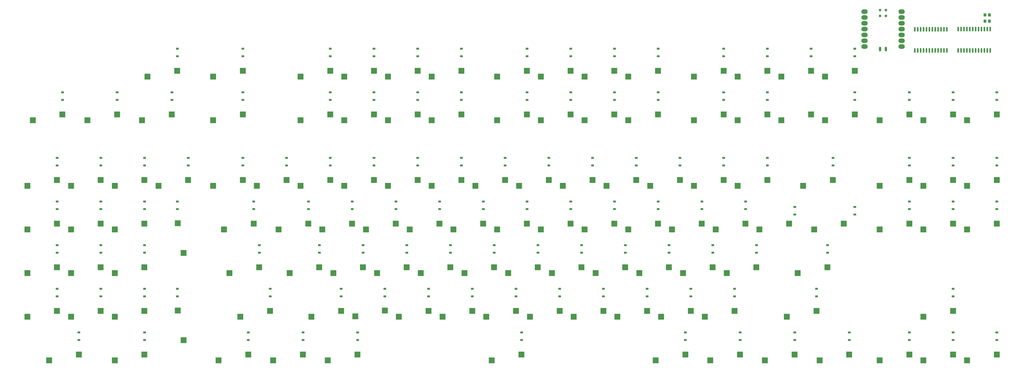
<source format=gbp>
%TF.GenerationSoftware,KiCad,Pcbnew,7.0.5*%
%TF.CreationDate,2023-06-10T21:14:49-04:00*%
%TF.ProjectId,keyboard_mk1,6b657962-6f61-4726-945f-6d6b312e6b69,rev?*%
%TF.SameCoordinates,Original*%
%TF.FileFunction,Paste,Bot*%
%TF.FilePolarity,Positive*%
%FSLAX46Y46*%
G04 Gerber Fmt 4.6, Leading zero omitted, Abs format (unit mm)*
G04 Created by KiCad (PCBNEW 7.0.5) date 2023-06-10 21:14:49*
%MOMM*%
%LPD*%
G01*
G04 APERTURE LIST*
G04 Aperture macros list*
%AMRoundRect*
0 Rectangle with rounded corners*
0 $1 Rounding radius*
0 $2 $3 $4 $5 $6 $7 $8 $9 X,Y pos of 4 corners*
0 Add a 4 corners polygon primitive as box body*
4,1,4,$2,$3,$4,$5,$6,$7,$8,$9,$2,$3,0*
0 Add four circle primitives for the rounded corners*
1,1,$1+$1,$2,$3*
1,1,$1+$1,$4,$5*
1,1,$1+$1,$6,$7*
1,1,$1+$1,$8,$9*
0 Add four rect primitives between the rounded corners*
20,1,$1+$1,$2,$3,$4,$5,0*
20,1,$1+$1,$4,$5,$6,$7,0*
20,1,$1+$1,$6,$7,$8,$9,0*
20,1,$1+$1,$8,$9,$2,$3,0*%
G04 Aperture macros list end*
%ADD10R,2.550000X2.500000*%
%ADD11R,2.500000X2.550000*%
%ADD12RoundRect,0.225000X-0.375000X0.225000X-0.375000X-0.225000X0.375000X-0.225000X0.375000X0.225000X0*%
%ADD13RoundRect,0.150000X0.150000X-0.875000X0.150000X0.875000X-0.150000X0.875000X-0.150000X-0.875000X0*%
%ADD14O,2.748280X1.998980*%
%ADD15O,1.016000X2.032000*%
%ADD16C,1.143000*%
%ADD17RoundRect,0.250000X-0.350000X-0.450000X0.350000X-0.450000X0.350000X0.450000X-0.350000X0.450000X0*%
G04 APERTURE END LIST*
D10*
%TO.C,125K105*%
X730985000Y-200183750D03*
X718058000Y-202723750D03*
%TD*%
%TO.C,K57*%
X657166250Y-123983750D03*
X644239250Y-126523750D03*
%TD*%
%TO.C,K18*%
X776228750Y-95408750D03*
X763301750Y-97948750D03*
%TD*%
%TO.C,2K106*%
X395228750Y-200183750D03*
X382301750Y-202723750D03*
%TD*%
%TO.C,K28*%
X542866250Y-95408750D03*
X529939250Y-97948750D03*
%TD*%
%TO.C,275K121*%
X716697500Y-181133750D03*
X703770500Y-183673750D03*
%TD*%
%TO.C,K21*%
X776228750Y-143033750D03*
X763301750Y-145573750D03*
%TD*%
%TO.C,K29*%
X561916250Y-95408750D03*
X548989250Y-97948750D03*
%TD*%
%TO.C,K67*%
X466666250Y-76358750D03*
X453739250Y-78898750D03*
%TD*%
%TO.C,K35*%
X695266250Y-95408750D03*
X682339250Y-97948750D03*
%TD*%
%TO.C,K42*%
X795278750Y-143033750D03*
X782351750Y-145573750D03*
%TD*%
%TO.C,K49*%
X504766250Y-123983750D03*
X491839250Y-126523750D03*
%TD*%
%TO.C,K44*%
X404753750Y-143033750D03*
X391826750Y-145573750D03*
%TD*%
%TO.C,K55*%
X619066250Y-123983750D03*
X606139250Y-126523750D03*
%TD*%
%TO.C,K95*%
X595253750Y-162083750D03*
X582326750Y-164623750D03*
%TD*%
%TO.C,K17*%
X757178750Y-95408750D03*
X744251750Y-97948750D03*
%TD*%
%TO.C,K53*%
X580966250Y-123983750D03*
X568039250Y-126523750D03*
%TD*%
%TO.C,K27*%
X523816250Y-95408750D03*
X510889250Y-97948750D03*
%TD*%
%TO.C,K59*%
X695266250Y-123983750D03*
X682339250Y-126523750D03*
%TD*%
%TO.C,K6*%
X523816250Y-76358750D03*
X510889250Y-78898750D03*
%TD*%
%TO.C,125K2*%
X411897500Y-95408750D03*
X398970500Y-97948750D03*
%TD*%
%TO.C,K52*%
X561916250Y-123983750D03*
X548989250Y-126523750D03*
%TD*%
%TO.C,K96*%
X614303750Y-162083750D03*
X601376750Y-164623750D03*
%TD*%
%TO.C,K69*%
X495241250Y-143033750D03*
X482314250Y-145573750D03*
%TD*%
%TO.C,K61*%
X757178750Y-200183750D03*
X744251750Y-202723750D03*
%TD*%
%TO.C,K14*%
X695266250Y-76358750D03*
X682339250Y-78898750D03*
%TD*%
%TO.C,K23*%
X404753750Y-123983750D03*
X391826750Y-126523750D03*
%TD*%
%TO.C,K92*%
X538103750Y-162083750D03*
X525176750Y-164623750D03*
%TD*%
%TO.C,225K110*%
X478572500Y-181133750D03*
X465645500Y-183673750D03*
%TD*%
%TO.C,K63*%
X795278750Y-200183750D03*
X782351750Y-202723750D03*
%TD*%
%TO.C,K94*%
X576203750Y-162083750D03*
X563276750Y-164623750D03*
%TD*%
%TO.C,125K102*%
X659547500Y-200183750D03*
X646620500Y-202723750D03*
%TD*%
%TO.C,15K81*%
X728603750Y-143033750D03*
X715676750Y-145573750D03*
%TD*%
%TO.C,K20*%
X757178750Y-143033750D03*
X744251750Y-145573750D03*
%TD*%
%TO.C,K80*%
X704791250Y-143033750D03*
X691864250Y-145573750D03*
%TD*%
%TO.C,K72*%
X552391250Y-143033750D03*
X539464250Y-145573750D03*
%TD*%
%TO.C,K77*%
X647641250Y-143033750D03*
X634714250Y-145573750D03*
%TD*%
%TO.C,K93*%
X557153750Y-162083750D03*
X544226750Y-164623750D03*
%TD*%
%TO.C,K33*%
X647641250Y-95408750D03*
X634714250Y-97948750D03*
%TD*%
%TO.C,K116*%
X604778750Y-181133750D03*
X591851750Y-183673750D03*
%TD*%
%TO.C,K54*%
X600016250Y-123983750D03*
X587089250Y-126523750D03*
%TD*%
%TO.C,K76*%
X628591250Y-143033750D03*
X615664250Y-145573750D03*
%TD*%
%TO.C,K16*%
X733366250Y-76358750D03*
X720439250Y-78898750D03*
%TD*%
%TO.C,K26*%
X504766250Y-95408750D03*
X491839250Y-97948750D03*
%TD*%
%TO.C,125K83*%
X492860000Y-200183750D03*
X479933000Y-202723750D03*
%TD*%
%TO.C,K74*%
X590491250Y-143033750D03*
X577564250Y-145573750D03*
%TD*%
%TO.C,K9*%
X590491250Y-76358750D03*
X577564250Y-78898750D03*
%TD*%
%TO.C,K19*%
X795278750Y-95408750D03*
X782351750Y-97948750D03*
%TD*%
D11*
%TO.C,2K88*%
X438308750Y-181033750D03*
X440848750Y-193960750D03*
%TD*%
D10*
%TO.C,K12*%
X647641250Y-76358750D03*
X634714250Y-78898750D03*
%TD*%
%TO.C,K70*%
X514291250Y-143033750D03*
X501364250Y-145573750D03*
%TD*%
%TO.C,K79*%
X685741250Y-143033750D03*
X672814250Y-145573750D03*
%TD*%
%TO.C,K34*%
X676216250Y-95408750D03*
X663289250Y-97948750D03*
%TD*%
%TO.C,K99*%
X671453750Y-162083750D03*
X658526750Y-164623750D03*
%TD*%
%TO.C,125K103*%
X683360000Y-200183750D03*
X670433000Y-202723750D03*
%TD*%
%TO.C,K100*%
X690503750Y-162083750D03*
X677576750Y-164623750D03*
%TD*%
%TO.C,K22*%
X385703750Y-123983750D03*
X372776750Y-126523750D03*
%TD*%
%TO.C,K64*%
X385703750Y-162083750D03*
X372776750Y-164623750D03*
%TD*%
%TO.C,K118*%
X642878750Y-181133750D03*
X629951750Y-183673750D03*
%TD*%
%TO.C,K75*%
X609541250Y-143033750D03*
X596614250Y-145573750D03*
%TD*%
%TO.C,625K109*%
X588110000Y-200183750D03*
X575183000Y-202723750D03*
%TD*%
%TO.C,K85*%
X385703750Y-181133750D03*
X372776750Y-183673750D03*
%TD*%
%TO.C,K40*%
X795278750Y-123983750D03*
X782351750Y-126523750D03*
%TD*%
%TO.C,K117*%
X623828750Y-181133750D03*
X610901750Y-183673750D03*
%TD*%
%TO.C,K15*%
X714316250Y-76358750D03*
X701389250Y-78898750D03*
%TD*%
%TO.C,K66*%
X423803750Y-162083750D03*
X410876750Y-164623750D03*
%TD*%
%TO.C,K24*%
X423803750Y-123983750D03*
X410876750Y-126523750D03*
%TD*%
%TO.C,K87*%
X423803750Y-181133750D03*
X410876750Y-183673750D03*
%TD*%
%TO.C,K32*%
X628591250Y-95408750D03*
X615664250Y-97948750D03*
%TD*%
%TO.C,K111*%
X509528750Y-181133750D03*
X496601750Y-183673750D03*
%TD*%
%TO.C,K31*%
X609541250Y-95408750D03*
X596614250Y-97948750D03*
%TD*%
%TO.C,125K82*%
X469047500Y-200183750D03*
X456120500Y-202723750D03*
%TD*%
%TO.C,125K1*%
X388085000Y-95408750D03*
X375158000Y-97948750D03*
%TD*%
%TO.C,K56*%
X638116250Y-123983750D03*
X625189250Y-126523750D03*
%TD*%
%TO.C,225K101*%
X721460000Y-162083750D03*
X708533000Y-164623750D03*
%TD*%
%TO.C,K113*%
X547628750Y-181133750D03*
X534701750Y-183673750D03*
%TD*%
%TO.C,K50*%
X523816250Y-123983750D03*
X510889250Y-126523750D03*
%TD*%
%TO.C,K47*%
X466666250Y-123983750D03*
X453739250Y-126523750D03*
%TD*%
%TO.C,K8*%
X561916250Y-76358750D03*
X548989250Y-78898750D03*
%TD*%
%TO.C,K90*%
X500003750Y-162083750D03*
X487076750Y-164623750D03*
%TD*%
%TO.C,K62*%
X776228750Y-200183750D03*
X763301750Y-202723750D03*
%TD*%
%TO.C,K119*%
X661928750Y-181133750D03*
X649001750Y-183673750D03*
%TD*%
%TO.C,K36*%
X714316250Y-95408750D03*
X701389250Y-97948750D03*
%TD*%
%TO.C,K25*%
X442853750Y-123983750D03*
X429926750Y-126523750D03*
%TD*%
%TO.C,125K3*%
X435710000Y-95408750D03*
X422783000Y-97948750D03*
%TD*%
%TO.C,K97*%
X633353750Y-162083750D03*
X620426750Y-164623750D03*
%TD*%
%TO.C,K73*%
X571441250Y-143033750D03*
X558514250Y-145573750D03*
%TD*%
%TO.C,K65*%
X404753750Y-162083750D03*
X391826750Y-164623750D03*
%TD*%
%TO.C,125K84*%
X516672500Y-200183750D03*
X503745500Y-202723750D03*
%TD*%
%TO.C,K91*%
X519053750Y-162083750D03*
X506126750Y-164623750D03*
%TD*%
%TO.C,125K104*%
X707172500Y-200183750D03*
X694245500Y-202723750D03*
%TD*%
%TO.C,K11*%
X628591250Y-76358750D03*
X615664250Y-78898750D03*
%TD*%
%TO.C,K48*%
X485716250Y-123983750D03*
X472789250Y-126523750D03*
%TD*%
%TO.C,K120*%
X680978750Y-181133750D03*
X668051750Y-183673750D03*
%TD*%
%TO.C,K45*%
X423803750Y-143033750D03*
X410876750Y-145573750D03*
%TD*%
%TO.C,K71*%
X533341250Y-143033750D03*
X520414250Y-145573750D03*
%TD*%
%TO.C,K43*%
X385703750Y-143033750D03*
X372776750Y-145573750D03*
%TD*%
D11*
%TO.C,2K46*%
X438308750Y-142933750D03*
X440848750Y-155860750D03*
%TD*%
D10*
%TO.C,K7*%
X542866250Y-76358750D03*
X529939250Y-78898750D03*
%TD*%
%TO.C,K78*%
X666691250Y-143033750D03*
X653764250Y-145573750D03*
%TD*%
%TO.C,K114*%
X566678750Y-181133750D03*
X553751750Y-183673750D03*
%TD*%
%TO.C,K41*%
X776228750Y-181133750D03*
X763301750Y-183673750D03*
%TD*%
%TO.C,K108*%
X423803750Y-200183750D03*
X410876750Y-202723750D03*
%TD*%
%TO.C,K10*%
X609541250Y-76358750D03*
X596614250Y-78898750D03*
%TD*%
%TO.C,K13*%
X676216250Y-76358750D03*
X663289250Y-78898750D03*
%TD*%
%TO.C,2K60*%
X723841250Y-123983750D03*
X710914250Y-126523750D03*
%TD*%
%TO.C,K115*%
X585728750Y-181133750D03*
X572801750Y-183673750D03*
%TD*%
%TO.C,K98*%
X652403750Y-162083750D03*
X639476750Y-164623750D03*
%TD*%
%TO.C,K58*%
X676216250Y-123983750D03*
X663289250Y-126523750D03*
%TD*%
%TO.C,15K68*%
X471428750Y-143033750D03*
X458501750Y-145573750D03*
%TD*%
%TO.C,K37*%
X733366250Y-95408750D03*
X720439250Y-97948750D03*
%TD*%
%TO.C,K112*%
X528637500Y-180975000D03*
X515710500Y-183515000D03*
%TD*%
%TO.C,K30*%
X590491250Y-95408750D03*
X577564250Y-97948750D03*
%TD*%
%TO.C,K86*%
X404753750Y-181133750D03*
X391826750Y-183673750D03*
%TD*%
%TO.C,K5*%
X504766250Y-76358750D03*
X491839250Y-78898750D03*
%TD*%
%TO.C,175K89*%
X473810000Y-162083750D03*
X460883000Y-164623750D03*
%TD*%
%TO.C,K38*%
X757178750Y-123983750D03*
X744251750Y-126523750D03*
%TD*%
%TO.C,K4*%
X438091250Y-76358750D03*
X425164250Y-78898750D03*
%TD*%
%TO.C,K39*%
X776228750Y-123983750D03*
X763301750Y-126523750D03*
%TD*%
%TO.C,K107*%
X466666250Y-95408750D03*
X453739250Y-97948750D03*
%TD*%
%TO.C,K51*%
X542866250Y-123983750D03*
X529939250Y-126523750D03*
%TD*%
D12*
%TO.C,D10*%
X404812500Y-171500000D03*
X404812500Y-174800000D03*
%TD*%
%TO.C,D77*%
X628650000Y-66725000D03*
X628650000Y-70025000D03*
%TD*%
%TO.C,D108*%
X733425000Y-135781250D03*
X733425000Y-139081250D03*
%TD*%
%TO.C,D47*%
X538162500Y-152450000D03*
X538162500Y-155750000D03*
%TD*%
%TO.C,D117*%
X776287500Y-190550000D03*
X776287500Y-193850000D03*
%TD*%
%TO.C,D16*%
X423862500Y-152450000D03*
X423862500Y-155750000D03*
%TD*%
%TO.C,D85*%
X683418750Y-190550000D03*
X683418750Y-193850000D03*
%TD*%
%TO.C,D30*%
X504825000Y-85775000D03*
X504825000Y-89075000D03*
%TD*%
%TO.C,D102*%
X695325000Y-114350000D03*
X695325000Y-117650000D03*
%TD*%
%TO.C,D20*%
X438150000Y-133400000D03*
X438150000Y-136700000D03*
%TD*%
%TO.C,D73*%
X633412500Y-152450000D03*
X633412500Y-155750000D03*
%TD*%
%TO.C,D92*%
X695325000Y-66725000D03*
X695325000Y-70025000D03*
%TD*%
%TO.C,D100*%
X731043750Y-190550000D03*
X731043750Y-193850000D03*
%TD*%
%TO.C,D2*%
X411956250Y-85775000D03*
X411956250Y-89075000D03*
%TD*%
%TO.C,D70*%
X614362500Y-152450000D03*
X614362500Y-155750000D03*
%TD*%
%TO.C,D78*%
X647700000Y-66725000D03*
X647700000Y-70025000D03*
%TD*%
%TO.C,D8*%
X385762500Y-171500000D03*
X385762500Y-174800000D03*
%TD*%
D13*
%TO.C,U2*%
X792385000Y-67450000D03*
X791115000Y-67450000D03*
X789845000Y-67450000D03*
X788575000Y-67450000D03*
X787305000Y-67450000D03*
X786035000Y-67450000D03*
X784765000Y-67450000D03*
X783495000Y-67450000D03*
X782225000Y-67450000D03*
X780955000Y-67450000D03*
X779685000Y-67450000D03*
X778415000Y-67450000D03*
X778415000Y-58150000D03*
X779685000Y-58150000D03*
X780955000Y-58150000D03*
X782225000Y-58150000D03*
X783495000Y-58150000D03*
X784765000Y-58150000D03*
X786035000Y-58150000D03*
X787305000Y-58150000D03*
X788575000Y-58150000D03*
X789845000Y-58150000D03*
X791115000Y-58150000D03*
X792385000Y-58150000D03*
%TD*%
D12*
%TO.C,D43*%
X542925000Y-66725000D03*
X542925000Y-70025000D03*
%TD*%
%TO.C,D107*%
X723900000Y-114350000D03*
X723900000Y-117650000D03*
%TD*%
%TO.C,D34*%
X509587500Y-171500000D03*
X509587500Y-174800000D03*
%TD*%
%TO.C,D95*%
X685800000Y-133400000D03*
X685800000Y-136700000D03*
%TD*%
%TO.C,D49*%
X566737500Y-171500000D03*
X566737500Y-174800000D03*
%TD*%
%TO.C,D64*%
X590550000Y-133400000D03*
X590550000Y-136700000D03*
%TD*%
%TO.C,D39*%
X514350000Y-133400000D03*
X514350000Y-136700000D03*
%TD*%
%TO.C,D59*%
X576262500Y-152450000D03*
X576262500Y-155750000D03*
%TD*%
%TO.C,D5*%
X385762500Y-114350000D03*
X385762500Y-117650000D03*
%TD*%
%TO.C,D61*%
X588168750Y-190550000D03*
X588168750Y-193850000D03*
%TD*%
%TO.C,D82*%
X652462500Y-152450000D03*
X652462500Y-155750000D03*
%TD*%
%TO.C,D33*%
X500062500Y-152450000D03*
X500062500Y-155750000D03*
%TD*%
%TO.C,D94*%
X676275000Y-114350000D03*
X676275000Y-117650000D03*
%TD*%
%TO.C,D25*%
X471487500Y-133400000D03*
X471487500Y-136700000D03*
%TD*%
%TO.C,D22*%
X466725000Y-66725000D03*
X466725000Y-70025000D03*
%TD*%
%TO.C,D121*%
X795337500Y-85775000D03*
X795337500Y-89075000D03*
%TD*%
%TO.C,D101*%
X707231250Y-135781250D03*
X707231250Y-139081250D03*
%TD*%
%TO.C,D27*%
X478631250Y-171500000D03*
X478631250Y-174800000D03*
%TD*%
%TO.C,D89*%
X657225000Y-114350000D03*
X657225000Y-117650000D03*
%TD*%
%TO.C,D56*%
X590550000Y-85775000D03*
X590550000Y-89075000D03*
%TD*%
%TO.C,D62*%
X604837500Y-171500000D03*
X604837500Y-174800000D03*
%TD*%
%TO.C,D15*%
X423862500Y-133400000D03*
X423862500Y-136700000D03*
%TD*%
%TO.C,D120*%
X795337500Y-114350000D03*
X795337500Y-117650000D03*
%TD*%
%TO.C,D35*%
X492918750Y-190550000D03*
X492918750Y-193850000D03*
%TD*%
%TO.C,D96*%
X690562500Y-152450000D03*
X690562500Y-155750000D03*
%TD*%
%TO.C,D40*%
X504825000Y-114350000D03*
X504825000Y-117650000D03*
%TD*%
%TO.C,D65*%
X581025000Y-114350000D03*
X581025000Y-117650000D03*
%TD*%
%TO.C,D58*%
X571500000Y-133400000D03*
X571500000Y-136700000D03*
%TD*%
%TO.C,D84*%
X659606250Y-190550000D03*
X659606250Y-193850000D03*
%TD*%
%TO.C,D105*%
X733425000Y-66725000D03*
X733425000Y-70025000D03*
%TD*%
%TO.C,D97*%
X707231250Y-190550000D03*
X707231250Y-193850000D03*
%TD*%
%TO.C,D81*%
X647700000Y-133400000D03*
X647700000Y-136700000D03*
%TD*%
%TO.C,D24*%
X466725000Y-114350000D03*
X466725000Y-117650000D03*
%TD*%
%TO.C,D114*%
X776287500Y-114350000D03*
X776287500Y-117650000D03*
%TD*%
%TO.C,D32*%
X495300000Y-133400000D03*
X495300000Y-136700000D03*
%TD*%
%TO.C,D55*%
X590550000Y-66725000D03*
X590550000Y-70025000D03*
%TD*%
%TO.C,D109*%
X757237500Y-190550000D03*
X757237500Y-193850000D03*
%TD*%
%TO.C,D21*%
X442912500Y-114350000D03*
X442912500Y-117650000D03*
%TD*%
%TO.C,D93*%
X695325000Y-85775000D03*
X695325000Y-89075000D03*
%TD*%
%TO.C,D104*%
X714375000Y-66725000D03*
X714375000Y-70025000D03*
%TD*%
%TO.C,D87*%
X671512500Y-152450000D03*
X671512500Y-155750000D03*
%TD*%
%TO.C,D29*%
X504825000Y-66725000D03*
X504825000Y-70025000D03*
%TD*%
%TO.C,D111*%
X757237500Y-114350000D03*
X757237500Y-117650000D03*
%TD*%
%TO.C,D110*%
X757237500Y-133400000D03*
X757237500Y-136700000D03*
%TD*%
%TO.C,D90*%
X676275000Y-85775000D03*
X676275000Y-89075000D03*
%TD*%
%TO.C,D113*%
X776287500Y-85775000D03*
X776287500Y-89075000D03*
%TD*%
%TO.C,D31*%
X485775000Y-114350000D03*
X485775000Y-117650000D03*
%TD*%
%TO.C,D60*%
X585787500Y-171500000D03*
X585787500Y-174800000D03*
%TD*%
%TO.C,D51*%
X552450000Y-133400000D03*
X552450000Y-136700000D03*
%TD*%
%TO.C,D106*%
X733425000Y-85775000D03*
X733425000Y-89075000D03*
%TD*%
%TO.C,D48*%
X547687500Y-171500000D03*
X547687500Y-174800000D03*
%TD*%
%TO.C,D11*%
X404812500Y-152450000D03*
X404812500Y-155750000D03*
%TD*%
D14*
%TO.C,U1*%
X753800000Y-50540000D03*
X753800000Y-53080000D03*
X753800000Y-55620000D03*
X753800000Y-58160000D03*
X753800000Y-60700000D03*
X753800000Y-63240000D03*
X753800000Y-65780000D03*
X737635440Y-65780000D03*
X737635440Y-63240000D03*
X737635440Y-60700000D03*
X737635440Y-58160000D03*
X737635440Y-55620000D03*
X737635440Y-53080000D03*
X737635440Y-50540000D03*
D15*
X746933120Y-66857820D03*
X744383120Y-66857820D03*
D16*
X746934317Y-49853633D03*
X744394317Y-49853633D03*
X746934317Y-52393633D03*
X744394317Y-52393633D03*
%TD*%
D12*
%TO.C,D6*%
X385762500Y-133400000D03*
X385762500Y-136700000D03*
%TD*%
D13*
%TO.C,U3*%
X773510000Y-67500000D03*
X772240000Y-67500000D03*
X770970000Y-67500000D03*
X769700000Y-67500000D03*
X768430000Y-67500000D03*
X767160000Y-67500000D03*
X765890000Y-67500000D03*
X764620000Y-67500000D03*
X763350000Y-67500000D03*
X762080000Y-67500000D03*
X760810000Y-67500000D03*
X759540000Y-67500000D03*
X759540000Y-58200000D03*
X760810000Y-58200000D03*
X762080000Y-58200000D03*
X763350000Y-58200000D03*
X764620000Y-58200000D03*
X765890000Y-58200000D03*
X767160000Y-58200000D03*
X768430000Y-58200000D03*
X769700000Y-58200000D03*
X770970000Y-58200000D03*
X772240000Y-58200000D03*
X773510000Y-58200000D03*
%TD*%
D12*
%TO.C,D18*%
X423862500Y-190550000D03*
X423862500Y-193850000D03*
%TD*%
%TO.C,D14*%
X423862500Y-114350000D03*
X423862500Y-117650000D03*
%TD*%
%TO.C,D37*%
X528637500Y-171500000D03*
X528637500Y-174800000D03*
%TD*%
%TO.C,D36*%
X516731250Y-190550000D03*
X516731250Y-193850000D03*
%TD*%
%TO.C,D98*%
X716756250Y-171500000D03*
X716756250Y-174800000D03*
%TD*%
%TO.C,D66*%
X609600000Y-66725000D03*
X609600000Y-70025000D03*
%TD*%
%TO.C,D13*%
X404812500Y-114350000D03*
X404812500Y-117650000D03*
%TD*%
D17*
%TO.C,R2*%
X790100000Y-54700000D03*
X792100000Y-54700000D03*
%TD*%
D12*
%TO.C,D28*%
X469106250Y-190550000D03*
X469106250Y-193850000D03*
%TD*%
%TO.C,D23*%
X466725000Y-85775000D03*
X466725000Y-89075000D03*
%TD*%
%TO.C,D46*%
X533400000Y-133400000D03*
X533400000Y-136700000D03*
%TD*%
%TO.C,D17*%
X423862500Y-171500000D03*
X423862500Y-174800000D03*
%TD*%
%TO.C,D115*%
X776287500Y-133400000D03*
X776287500Y-136700000D03*
%TD*%
%TO.C,D119*%
X795337500Y-133400000D03*
X795337500Y-136700000D03*
%TD*%
%TO.C,D88*%
X666750000Y-133400000D03*
X666750000Y-136700000D03*
%TD*%
%TO.C,D19*%
X438150000Y-171500000D03*
X438150000Y-174800000D03*
%TD*%
%TO.C,D45*%
X523875000Y-114350000D03*
X523875000Y-117650000D03*
%TD*%
%TO.C,D76*%
X628650000Y-85775000D03*
X628650000Y-89075000D03*
%TD*%
%TO.C,D57*%
X561975000Y-114350000D03*
X561975000Y-117650000D03*
%TD*%
%TO.C,D9*%
X395287500Y-190550000D03*
X395287500Y-193850000D03*
%TD*%
%TO.C,D83*%
X661987500Y-171500000D03*
X661987500Y-174800000D03*
%TD*%
%TO.C,D7*%
X385762500Y-152450000D03*
X385762500Y-155750000D03*
%TD*%
%TO.C,D68*%
X600075000Y-114350000D03*
X600075000Y-117650000D03*
%TD*%
%TO.C,D26*%
X473868750Y-152450000D03*
X473868750Y-155750000D03*
%TD*%
%TO.C,D1*%
X388143750Y-85775000D03*
X388143750Y-89075000D03*
%TD*%
%TO.C,D50*%
X557212500Y-152450000D03*
X557212500Y-155750000D03*
%TD*%
%TO.C,D86*%
X681037500Y-171500000D03*
X681037500Y-174800000D03*
%TD*%
%TO.C,D54*%
X561975000Y-66725000D03*
X561975000Y-70025000D03*
%TD*%
%TO.C,D99*%
X721518750Y-152450000D03*
X721518750Y-155750000D03*
%TD*%
%TO.C,D116*%
X776287500Y-171500000D03*
X776287500Y-174800000D03*
%TD*%
%TO.C,D74*%
X628650000Y-133400000D03*
X628650000Y-136700000D03*
%TD*%
%TO.C,D52*%
X542925000Y-114350000D03*
X542925000Y-117650000D03*
%TD*%
%TO.C,D69*%
X609600000Y-133400000D03*
X609600000Y-136700000D03*
%TD*%
%TO.C,D112*%
X757237500Y-85775000D03*
X757237500Y-89075000D03*
%TD*%
%TO.C,D41*%
X523875000Y-85775000D03*
X523875000Y-89075000D03*
%TD*%
%TO.C,D118*%
X795337500Y-190550000D03*
X795337500Y-193850000D03*
%TD*%
%TO.C,D72*%
X642937500Y-171500000D03*
X642937500Y-174800000D03*
%TD*%
%TO.C,D75*%
X619125000Y-114350000D03*
X619125000Y-117650000D03*
%TD*%
%TO.C,D53*%
X561975000Y-85775000D03*
X561975000Y-89075000D03*
%TD*%
%TO.C,D91*%
X676275000Y-66725000D03*
X676275000Y-70025000D03*
%TD*%
%TO.C,D44*%
X542925000Y-85775000D03*
X542925000Y-89075000D03*
%TD*%
%TO.C,D4*%
X435768750Y-85775000D03*
X435768750Y-89075000D03*
%TD*%
%TO.C,D80*%
X638175000Y-114350000D03*
X638175000Y-117650000D03*
%TD*%
%TO.C,D79*%
X647700000Y-85775000D03*
X647700000Y-89075000D03*
%TD*%
%TO.C,D71*%
X623887500Y-171500000D03*
X623887500Y-174800000D03*
%TD*%
%TO.C,D38*%
X519112500Y-152450000D03*
X519112500Y-155750000D03*
%TD*%
%TO.C,D3*%
X438150000Y-66725000D03*
X438150000Y-70025000D03*
%TD*%
%TO.C,D67*%
X609600000Y-85775000D03*
X609600000Y-89075000D03*
%TD*%
%TO.C,D42*%
X523875000Y-66725000D03*
X523875000Y-70025000D03*
%TD*%
%TO.C,D63*%
X595312500Y-152450000D03*
X595312500Y-155750000D03*
%TD*%
%TO.C,D12*%
X404812500Y-133400000D03*
X404812500Y-136700000D03*
%TD*%
D17*
%TO.C,R1*%
X790100000Y-52000000D03*
X792100000Y-52000000D03*
%TD*%
M02*

</source>
